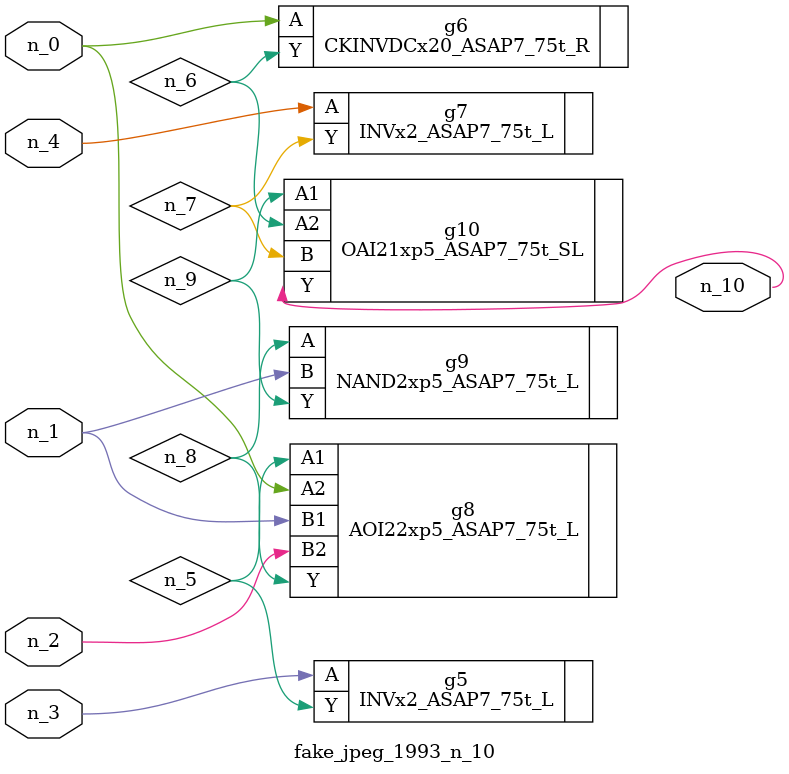
<source format=v>
module fake_jpeg_1993_n_10 (n_3, n_2, n_1, n_0, n_4, n_10);

input n_3;
input n_2;
input n_1;
input n_0;
input n_4;

output n_10;

wire n_8;
wire n_9;
wire n_6;
wire n_5;
wire n_7;

INVx2_ASAP7_75t_L g5 ( 
.A(n_3),
.Y(n_5)
);

CKINVDCx20_ASAP7_75t_R g6 ( 
.A(n_0),
.Y(n_6)
);

INVx2_ASAP7_75t_L g7 ( 
.A(n_4),
.Y(n_7)
);

AOI22xp5_ASAP7_75t_L g8 ( 
.A1(n_5),
.A2(n_0),
.B1(n_1),
.B2(n_2),
.Y(n_8)
);

NAND2xp5_ASAP7_75t_L g9 ( 
.A(n_8),
.B(n_1),
.Y(n_9)
);

OAI21xp5_ASAP7_75t_SL g10 ( 
.A1(n_9),
.A2(n_6),
.B(n_7),
.Y(n_10)
);


endmodule
</source>
